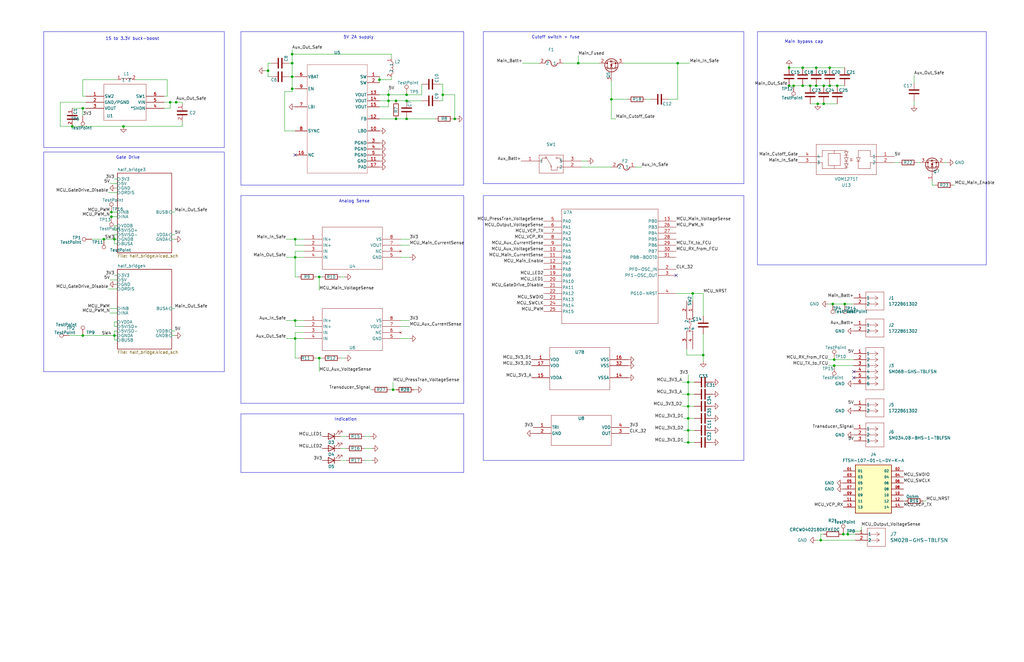
<source format=kicad_sch>
(kicad_sch (version 20230121) (generator eeschema)
  (paper "User" 431.8 279.4)
  (junction (at 285.75 26.67))
  (junction (at 353.06 36.195))
  (junction (at 134.62 151.13))
  (junction (at 332.74 36.195))
  (junction (at 113.03 29.845))
  (junction (at 243.84 26.67))
  (junction (at 290.195 186.69))
  (junction (at 186.69 40.005))
  (junction (at 124.46 100.965))
  (junction (at 171.45 42.545))
  (junction (at 34.925 45.72))
  (junction (at 344.17 28.575))
  (junction (at 43.815 100.965))
  (junction (at 30.48 53.34))
  (junction (at 191.77 50.165))
  (junction (at 290.195 181.61))
  (junction (at 347.345 43.815))
  (junction (at 290.195 166.37))
  (junction (at 171.45 50.165))
  (junction (at 356.235 128.27))
  (junction (at 160.02 33.655))
  (junction (at 347.345 36.195))
  (junction (at 349.885 28.575))
  (junction (at 171.45 40.005))
  (junction (at 351.79 151.765))
  (junction (at 349.885 36.195))
  (junction (at 290.195 171.45))
  (junction (at 355.6 225.425))
  (junction (at 290.195 176.53))
  (junction (at 351.155 128.27))
  (junction (at 344.805 43.815))
  (junction (at 52.07 53.34))
  (junction (at 257.81 41.91))
  (junction (at 165.735 164.465))
  (junction (at 344.17 36.195))
  (junction (at 123.19 22.86))
  (junction (at 74.295 43.18))
  (junction (at 71.755 43.18))
  (junction (at 134.62 116.84))
  (junction (at 334.645 36.195))
  (junction (at 46.99 91.44))
  (junction (at 341.63 36.195))
  (junction (at 357.505 225.425))
  (junction (at 296.545 149.86))
  (junction (at 124.46 108.585))
  (junction (at 292.1 123.825))
  (junction (at 34.925 141.605))
  (junction (at 351.79 154.305))
  (junction (at 332.74 28.575))
  (junction (at 48.26 141.605))
  (junction (at 338.455 28.575))
  (junction (at 167.005 42.545))
  (junction (at 290.195 161.29))
  (junction (at 346.075 227.965))
  (junction (at 123.19 37.465))
  (junction (at 163.83 42.545))
  (junction (at 124.46 135.255))
  (junction (at 167.005 50.165))
  (junction (at 123.19 32.385))
  (junction (at 46.99 89.535))
  (junction (at 163.83 40.005))
  (junction (at 123.19 26.67))
  (junction (at 124.46 142.875))
  (junction (at 338.455 36.195))
  (junction (at 48.26 100.965))
  (no_connect (at 360.045 159.385))
  (no_connect (at 360.045 156.845))
  (no_connect (at 285.115 116.205))
  (no_connect (at 124.46 65.405))
  (wire (pts (xy 363.22 222.25) (xy 363.22 224.155)))
  (wire (pts (xy 124.46 108.585) (xy 124.46 116.84)))
  (wire (pts (xy 34.925 141.605) (xy 48.26 141.605)))
  (wire (pts (xy 48.26 100.965) (xy 48.26 99.06)))
  (wire (pts (xy 174.625 164.465) (xy 175.26 164.465)))
  (wire (pts (xy 163.83 42.545) (xy 163.83 45.085)))
  (polyline (pts (xy 313.69 77.47) (xy 313.69 13.335)))
  (wire (pts (xy 349.25 154.305) (xy 351.79 154.305)))
  (wire (pts (xy 357.505 224.155) (xy 357.505 225.425)))
  (wire (pts (xy 124.46 106.045) (xy 124.46 108.585)))
  (wire (pts (xy 38.735 100.965) (xy 43.815 100.965)))
  (wire (pts (xy 49.53 139.7) (xy 48.26 139.7)))
  (wire (pts (xy 341.63 36.195) (xy 338.455 36.195)))
  (wire (pts (xy 344.17 227.965) (xy 346.075 227.965)))
  (wire (pts (xy 168.91 100.965) (xy 172.72 100.965)))
  (wire (pts (xy 165.1 33.655) (xy 165.1 32.385)))
  (wire (pts (xy 354.965 225.425) (xy 355.6 225.425)))
  (wire (pts (xy 76.835 43.815) (xy 76.835 43.18)))
  (wire (pts (xy 113.03 29.845) (xy 113.03 32.385)))
  (wire (pts (xy 168.91 108.585) (xy 172.72 108.585)))
  (wire (pts (xy 332.74 27.94) (xy 332.74 28.575)))
  (polyline (pts (xy 203.835 82.55) (xy 203.835 194.31)))
  (wire (pts (xy 134.62 151.13) (xy 135.89 151.13)))
  (wire (pts (xy 120.015 38.735) (xy 123.19 38.735)))
  (wire (pts (xy 70.485 33.655) (xy 70.485 40.64)))
  (polyline (pts (xy 101.6 174.625) (xy 195.58 174.625)))
  (wire (pts (xy 289.56 149.86) (xy 296.545 149.86)))
  (wire (pts (xy 71.755 43.18) (xy 74.295 43.18)))
  (wire (pts (xy 49.53 97.155) (xy 48.26 97.155)))
  (wire (pts (xy 290.195 161.29) (xy 292.735 161.29)))
  (wire (pts (xy 287.655 171.45) (xy 290.195 171.45)))
  (wire (pts (xy 46.355 91.44) (xy 46.99 91.44)))
  (wire (pts (xy 30.48 45.72) (xy 34.925 45.72)))
  (wire (pts (xy 285.75 26.67) (xy 285.75 41.91)))
  (polyline (pts (xy 101.6 78.105) (xy 195.58 78.105)))
  (wire (pts (xy 191.77 40.005) (xy 191.77 50.165)))
  (wire (pts (xy 124.46 137.795) (xy 124.46 135.255)))
  (wire (pts (xy 356.235 128.27) (xy 360.045 128.27)))
  (wire (pts (xy 398.145 68.58) (xy 399.415 68.58)))
  (wire (pts (xy 49.53 79.375) (xy 48.895 79.375)))
  (wire (pts (xy 48.26 95.25) (xy 49.53 95.25)))
  (wire (pts (xy 34.925 48.895) (xy 34.925 45.72)))
  (wire (pts (xy 288.29 186.69) (xy 290.195 186.69)))
  (wire (pts (xy 167.005 42.545) (xy 171.45 42.545)))
  (wire (pts (xy 128.27 137.795) (xy 124.46 137.795)))
  (wire (pts (xy 245.11 67.945) (xy 247.65 67.945)))
  (wire (pts (xy 393.065 78.105) (xy 394.335 78.105)))
  (wire (pts (xy 69.215 43.18) (xy 71.755 43.18)))
  (wire (pts (xy 160.02 50.165) (xy 167.005 50.165)))
  (wire (pts (xy 48.26 116.205) (xy 49.53 116.205)))
  (wire (pts (xy 49.53 135.89) (xy 48.26 135.89)))
  (wire (pts (xy 46.355 130.175) (xy 49.53 130.175)))
  (wire (pts (xy 296.545 149.86) (xy 296.545 140.97)))
  (wire (pts (xy 353.06 36.195) (xy 356.235 36.195)))
  (wire (pts (xy 386.715 68.58) (xy 387.985 68.58)))
  (wire (pts (xy 133.35 116.84) (xy 134.62 116.84)))
  (wire (pts (xy 347.345 36.195) (xy 349.885 36.195)))
  (wire (pts (xy 120.65 142.875) (xy 124.46 142.875)))
  (wire (pts (xy 111.76 29.845) (xy 113.03 29.845)))
  (wire (pts (xy 290.195 186.69) (xy 292.735 186.69)))
  (wire (pts (xy 34.925 40.64) (xy 36.195 40.64)))
  (polyline (pts (xy 24.13 13.335) (xy 94.615 13.335)))
  (polyline (pts (xy 195.58 199.39) (xy 195.58 174.625)))
  (wire (pts (xy 272.415 41.91) (xy 274.32 41.91)))
  (wire (pts (xy 46.355 118.11) (xy 49.53 118.11)))
  (wire (pts (xy 257.81 34.29) (xy 257.81 41.91)))
  (wire (pts (xy 344.17 28.575) (xy 349.885 28.575)))
  (wire (pts (xy 113.03 26.67) (xy 113.03 29.845)))
  (wire (pts (xy 46.355 132.08) (xy 49.53 132.08)))
  (wire (pts (xy 165.735 161.29) (xy 165.735 164.465)))
  (wire (pts (xy 72.39 141.605) (xy 73.66 141.605)))
  (wire (pts (xy 287.655 166.37) (xy 290.195 166.37)))
  (wire (pts (xy 344.805 43.815) (xy 347.345 43.815)))
  (wire (pts (xy 57.15 33.655) (xy 70.485 33.655)))
  (wire (pts (xy 171.45 40.005) (xy 177.8 40.005)))
  (wire (pts (xy 48.26 97.155) (xy 48.26 95.25)))
  (polyline (pts (xy 101.6 82.55) (xy 101.6 83.185)))
  (wire (pts (xy 160.02 40.005) (xy 163.83 40.005)))
  (wire (pts (xy 290.195 171.45) (xy 292.735 171.45)))
  (wire (pts (xy 120.65 100.965) (xy 124.46 100.965)))
  (wire (pts (xy 48.26 139.7) (xy 48.26 141.605)))
  (wire (pts (xy 186.69 40.005) (xy 191.77 40.005)))
  (wire (pts (xy 128.27 106.045) (xy 124.46 106.045)))
  (wire (pts (xy 153.67 184.15) (xy 156.21 184.15)))
  (wire (pts (xy 351.155 128.27) (xy 356.235 128.27)))
  (wire (pts (xy 72.39 100.965) (xy 73.66 100.965)))
  (wire (pts (xy 292.1 123.825) (xy 296.545 123.825)))
  (wire (pts (xy 332.105 36.195) (xy 332.74 36.195)))
  (wire (pts (xy 25.4 43.18) (xy 36.195 43.18)))
  (wire (pts (xy 46.99 91.44) (xy 49.53 91.44)))
  (wire (pts (xy 124.46 135.255) (xy 128.27 135.255)))
  (wire (pts (xy 124.46 55.245) (xy 120.015 55.245)))
  (wire (pts (xy 164.465 164.465) (xy 165.735 164.465)))
  (wire (pts (xy 29.21 141.605) (xy 34.925 141.605)))
  (wire (pts (xy 49.53 33.655) (xy 34.925 33.655)))
  (wire (pts (xy 163.83 38.1) (xy 163.83 40.005)))
  (wire (pts (xy 74.295 42.545) (xy 74.295 43.18)))
  (wire (pts (xy 120.65 135.255) (xy 124.46 135.255)))
  (wire (pts (xy 128.27 103.505) (xy 124.46 103.505)))
  (wire (pts (xy 287.655 161.29) (xy 290.195 161.29)))
  (wire (pts (xy 153.67 194.31) (xy 156.845 194.31)))
  (polyline (pts (xy 18.415 156.845) (xy 94.615 156.845)))
  (wire (pts (xy 168.91 135.255) (xy 172.72 135.255)))
  (wire (pts (xy 349.25 151.765) (xy 351.79 151.765)))
  (wire (pts (xy 48.26 143.51) (xy 48.26 141.605)))
  (wire (pts (xy 134.62 151.13) (xy 134.62 156.845)))
  (wire (pts (xy 172.72 103.505) (xy 168.91 103.505)))
  (wire (pts (xy 290.195 171.45) (xy 290.195 176.53)))
  (wire (pts (xy 121.92 32.385) (xy 123.19 32.385)))
  (wire (pts (xy 385.445 31.75) (xy 385.445 34.925)))
  (wire (pts (xy 46.355 89.535) (xy 46.99 89.535)))
  (wire (pts (xy 34.925 45.72) (xy 36.195 45.72)))
  (wire (pts (xy 344.17 36.195) (xy 347.345 36.195)))
  (wire (pts (xy 49.53 120.015) (xy 48.895 120.015)))
  (wire (pts (xy 290.195 176.53) (xy 290.195 181.61)))
  (wire (pts (xy 124.46 108.585) (xy 128.27 108.585)))
  (wire (pts (xy 363.22 224.155) (xy 357.505 224.155)))
  (wire (pts (xy 245.11 70.485) (xy 257.81 70.485)))
  (wire (pts (xy 377.19 68.58) (xy 379.095 68.58)))
  (polyline (pts (xy 94.615 156.845) (xy 94.615 88.265)))
  (wire (pts (xy 160.02 33.655) (xy 160.02 32.385)))
  (wire (pts (xy 220.345 26.67) (xy 227.33 26.67)))
  (wire (pts (xy 349.885 36.195) (xy 353.06 36.195)))
  (wire (pts (xy 143.51 184.15) (xy 146.05 184.15)))
  (wire (pts (xy 290.195 181.61) (xy 290.195 186.69)))
  (wire (pts (xy 281.94 41.91) (xy 285.75 41.91)))
  (polyline (pts (xy 24.13 13.335) (xy 18.415 13.335)))
  (wire (pts (xy 123.19 22.86) (xy 165.1 22.86)))
  (wire (pts (xy 121.92 26.67) (xy 123.19 26.67)))
  (wire (pts (xy 290.195 158.115) (xy 290.195 161.29)))
  (wire (pts (xy 49.53 143.51) (xy 48.26 143.51)))
  (wire (pts (xy 143.51 189.23) (xy 146.05 189.23)))
  (wire (pts (xy 160.02 33.655) (xy 160.02 34.925)))
  (wire (pts (xy 25.4 43.18) (xy 25.4 53.34)))
  (wire (pts (xy 351.79 151.765) (xy 360.045 151.765)))
  (wire (pts (xy 163.83 40.005) (xy 171.45 40.005)))
  (wire (pts (xy 167.005 50.165) (xy 171.45 50.165)))
  (wire (pts (xy 357.505 225.425) (xy 360.68 225.425)))
  (wire (pts (xy 402.59 78.105) (xy 401.955 78.105)))
  (wire (pts (xy 123.19 37.465) (xy 123.19 32.385)))
  (wire (pts (xy 163.83 40.005) (xy 163.83 42.545)))
  (wire (pts (xy 355.6 225.425) (xy 357.505 225.425)))
  (polyline (pts (xy 101.6 199.39) (xy 195.58 199.39)))
  (wire (pts (xy 347.345 43.815) (xy 353.06 43.815)))
  (wire (pts (xy 160.02 42.545) (xy 163.83 42.545)))
  (wire (pts (xy 346.075 227.965) (xy 360.68 227.965)))
  (wire (pts (xy 45.72 81.28) (xy 49.53 81.28)))
  (wire (pts (xy 48.26 135.89) (xy 48.26 137.795)))
  (polyline (pts (xy 195.58 78.105) (xy 195.58 13.335)))
  (wire (pts (xy 123.19 22.86) (xy 123.19 26.67)))
  (wire (pts (xy 133.35 151.13) (xy 134.62 151.13)))
  (polyline (pts (xy 94.615 62.23) (xy 94.615 13.335)))
  (wire (pts (xy 124.46 100.965) (xy 128.27 100.965)))
  (polyline (pts (xy 18.415 64.135) (xy 94.615 64.135)))
  (wire (pts (xy 48.26 75.565) (xy 49.53 75.565)))
  (wire (pts (xy 381 211.455) (xy 381.635 211.455)))
  (wire (pts (xy 69.215 40.64) (xy 70.485 40.64)))
  (polyline (pts (xy 101.6 174.625) (xy 101.6 199.39)))
  (polyline (pts (xy 203.835 77.47) (xy 313.69 77.47)))
  (wire (pts (xy 76.835 51.435) (xy 76.835 53.34)))
  (wire (pts (xy 72.39 99.06) (xy 73.66 99.06)))
  (wire (pts (xy 186.69 35.56) (xy 186.69 40.005)))
  (polyline (pts (xy 313.69 194.31) (xy 313.69 82.55)))
  (wire (pts (xy 285.115 123.825) (xy 292.1 123.825)))
  (wire (pts (xy 156.21 164.465) (xy 156.845 164.465)))
  (wire (pts (xy 338.455 28.575) (xy 344.17 28.575)))
  (wire (pts (xy 48.26 99.06) (xy 49.53 99.06)))
  (wire (pts (xy 123.19 20.955) (xy 123.19 22.86)))
  (wire (pts (xy 257.81 50.165) (xy 257.81 41.91)))
  (wire (pts (xy 385.445 44.45) (xy 385.445 42.545)))
  (wire (pts (xy 30.48 53.34) (xy 52.07 53.34)))
  (wire (pts (xy 143.51 151.13) (xy 145.415 151.13)))
  (wire (pts (xy 165.1 33.655) (xy 160.02 33.655)))
  (wire (pts (xy 46.355 77.47) (xy 49.53 77.47)))
  (wire (pts (xy 120.015 55.245) (xy 120.015 38.735)))
  (wire (pts (xy 52.07 53.34) (xy 76.835 53.34)))
  (wire (pts (xy 72.39 139.7) (xy 73.66 139.7)))
  (wire (pts (xy 143.51 116.84) (xy 145.415 116.84)))
  (wire (pts (xy 72.39 130.175) (xy 73.66 130.175)))
  (polyline (pts (xy 203.835 13.335) (xy 313.69 13.335)))
  (wire (pts (xy 124.46 142.875) (xy 124.46 151.13)))
  (polyline (pts (xy 101.6 13.335) (xy 195.58 13.335)))
  (wire (pts (xy 334.645 36.195) (xy 338.455 36.195)))
  (wire (pts (xy 389.255 211.455) (xy 390.525 211.455)))
  (wire (pts (xy 243.84 26.67) (xy 252.73 26.67)))
  (wire (pts (xy 120.65 108.585) (xy 124.46 108.585)))
  (wire (pts (xy 186.69 35.56) (xy 185.42 35.56)))
  (wire (pts (xy 48.26 137.795) (xy 49.53 137.795)))
  (wire (pts (xy 46.99 89.535) (xy 49.53 89.535)))
  (wire (pts (xy 125.73 116.84) (xy 124.46 116.84)))
  (polyline (pts (xy 101.6 13.335) (xy 101.6 78.105)))
  (polyline (pts (xy 18.415 156.845) (xy 18.415 64.135)))
  (wire (pts (xy 172.72 137.795) (xy 168.91 137.795)))
  (wire (pts (xy 48.26 141.605) (xy 49.53 141.605)))
  (wire (pts (xy 341.63 43.815) (xy 344.805 43.815)))
  (wire (pts (xy 289.56 147.32) (xy 289.56 149.86)))
  (polyline (pts (xy 94.615 64.135) (xy 94.615 88.265)))
  (polyline (pts (xy 101.6 82.55) (xy 195.58 82.55)))
  (wire (pts (xy 124.46 140.335) (xy 124.46 142.875)))
  (wire (pts (xy 153.67 189.23) (xy 156.845 189.23)))
  (wire (pts (xy 165.735 164.465) (xy 167.005 164.465)))
  (wire (pts (xy 124.46 142.875) (xy 128.27 142.875)))
  (wire (pts (xy 290.83 26.67) (xy 285.75 26.67)))
  (polyline (pts (xy 18.415 13.335) (xy 18.415 62.23)))
  (polyline (pts (xy 203.835 13.335) (xy 203.835 77.47)))
  (wire (pts (xy 49.53 100.965) (xy 48.26 100.965)))
  (wire (pts (xy 332.74 28.575) (xy 338.455 28.575)))
  (wire (pts (xy 237.49 26.67) (xy 243.84 26.67)))
  (wire (pts (xy 290.195 181.61) (xy 292.735 181.61)))
  (polyline (pts (xy 203.835 194.31) (xy 313.69 194.31)))
  (wire (pts (xy 134.62 116.84) (xy 134.62 122.555)))
  (wire (pts (xy 134.62 116.84) (xy 135.89 116.84)))
  (wire (pts (xy 72.39 89.535) (xy 73.66 89.535)))
  (wire (pts (xy 123.19 32.385) (xy 124.46 32.385)))
  (polyline (pts (xy 203.835 82.55) (xy 313.69 82.55)))
  (wire (pts (xy 351.79 154.305) (xy 360.045 154.305)))
  (wire (pts (xy 349.25 128.27) (xy 351.155 128.27)))
  (wire (pts (xy 125.73 151.13) (xy 124.46 151.13)))
  (wire (pts (xy 43.815 100.965) (xy 48.26 100.965)))
  (wire (pts (xy 123.19 38.735) (xy 123.19 37.465)))
  (wire (pts (xy 285.75 26.67) (xy 262.89 26.67)))
  (wire (pts (xy 171.45 50.165) (xy 183.515 50.165)))
  (wire (pts (xy 128.27 140.335) (xy 124.46 140.335)))
  (wire (pts (xy 48.26 102.87) (xy 48.26 100.965)))
  (wire (pts (xy 288.29 181.61) (xy 290.195 181.61)))
  (wire (pts (xy 45.72 121.92) (xy 49.53 121.92)))
  (wire (pts (xy 177.8 40.005) (xy 177.8 35.56)))
  (polyline (pts (xy 101.6 83.185) (xy 101.6 170.18)))
  (wire (pts (xy 332.74 36.195) (xy 334.645 36.195)))
  (wire (pts (xy 290.195 176.53) (xy 292.735 176.53)))
  (wire (pts (xy 113.03 32.385) (xy 114.3 32.385)))
  (wire (pts (xy 290.195 166.37) (xy 290.195 171.45)))
  (wire (pts (xy 160.02 45.085) (xy 163.83 45.085)))
  (wire (pts (xy 288.29 176.53) (xy 290.195 176.53)))
  (wire (pts (xy 290.195 161.29) (xy 290.195 166.37)))
  (wire (pts (xy 393.065 76.2) (xy 393.065 78.105)))
  (wire (pts (xy 346.075 225.425) (xy 346.075 227.965)))
  (wire (pts (xy 257.81 41.91) (xy 264.795 41.91)))
  (wire (pts (xy 114.3 26.67) (xy 113.03 26.67)))
  (wire (pts (xy 143.51 194.31) (xy 146.05 194.31)))
  (wire (pts (xy 349.885 28.575) (xy 356.235 28.575)))
  (wire (pts (xy 344.17 36.195) (xy 341.63 36.195)))
  (wire (pts (xy 25.4 53.34) (xy 30.48 53.34)))
  (wire (pts (xy 124.46 37.465) (xy 123.19 37.465)))
  (wire (pts (xy 185.42 42.545) (xy 186.69 42.545)))
  (wire (pts (xy 49.53 102.87) (xy 48.26 102.87)))
  (wire (pts (xy 34.925 33.655) (xy 34.925 40.64)))
  (polyline (pts (xy 18.415 62.23) (xy 94.615 62.23)))
  (wire (pts (xy 290.195 166.37) (xy 292.735 166.37)))
  (wire (pts (xy 296.545 123.825) (xy 296.545 133.35)))
  (wire (pts (xy 292.1 123.825) (xy 292.1 127)))
  (wire (pts (xy 191.77 50.165) (xy 192.405 50.165)))
  (wire (pts (xy 191.135 50.165) (xy 191.77 50.165)))
  (wire (pts (xy 69.215 45.72) (xy 71.755 45.72)))
  (wire (pts (xy 296.545 149.86) (xy 296.545 152.4)))
  (wire (pts (xy 259.715 50.165) (xy 257.81 50.165)))
  (wire (pts (xy 267.97 70.485) (xy 270.51 70.485)))
  (wire (pts (xy 74.295 43.18) (xy 76.835 43.18)))
  (wire (pts (xy 124.46 103.505) (xy 124.46 100.965)))
  (polyline (pts (xy 195.58 170.18) (xy 101.6 170.18)))
  (wire (pts (xy 243.84 23.495) (xy 243.84 26.67)))
  (wire (pts (xy 171.45 42.545) (xy 177.8 42.545)))
  (wire (pts (xy 165.1 24.765) (xy 165.1 22.86)))
  (wire (pts (xy 123.19 26.67) (xy 123.19 32.385)))
  (wire (pts (xy 163.83 42.545) (xy 167.005 42.545)))
  (wire (pts (xy 168.91 142.875) (xy 172.72 142.875)))
  (wire (pts (xy 186.69 40.005) (xy 186.69 42.545)))
  (wire (pts (xy 347.345 225.425) (xy 346.075 225.425)))
  (wire (pts (xy 71.755 45.72) (xy 71.755 43.18)))
  (rectangle (start 195.58 82.55) (end 195.58 170.18))
  (rectangle (start 319.405 13.335) (end 415.925 111.76))
  (text "5V 2A supply" (at 144.78 16.51 0) (effects (font (size 1.27 1.27)) (justify left bottom)))
  (text "Indication" (at 140.97 177.8 0) (effects (font (size 1.27 1.27)) (justify left bottom)))
  (text "1S to 3.3V buck-boost" (at 44.45 17.145 0) (effects (font (size 1.27 1.27)) (justify left bottom)))
  (text "Gate Drive" (at 48.895 67.31 0) (effects (font (size 1.27 1.27)) (justify left bottom)))
  (text "Cutoff switch + fuse" (at 224.155 16.51 0) (effects (font (size 1.27 1.27)) (justify left bottom)))
  (text "Analog Sense" (at 142.875 85.725 0) (effects (font (size 1.27 1.27)) (justify left bottom)))
  (text "Main bypass cap" (at 330.835 18.415 0) (effects (font (size 1.27 1.27)) (justify left bottom)))
  (label "3V3" (at 48.26 75.565 180))
  (label "Aux_Out_Safe" (at 123.19 20.955 0))
  (label "MCU_PWM" (at 229.235 131.445 180))
  (label "MCU_Main_CurrentSense" (at 172.72 103.505 0))
  (label "MCU_GateDrive_Disable" (at 45.72 121.92 180))
  (label "MCU_NRST" (at 296.545 123.825 0))
  (label "Transducer_Signal" (at 156.21 164.465 180))
  (label "MCU_PWM_N" (at 285.115 95.885 0))
  (label "MCU_Aux_VoltageSense" (at 134.62 156.845 0))
  (label "5V" (at 360.045 149.225 180))
  (label "MCU_GateDrive_Disable" (at 229.235 121.285 180))
  (label "Aux_Out_Safe" (at 385.445 31.75 0))
  (label "3V3" (at 290.195 158.115 180))
  (label "Main_Fused" (at 243.84 23.495 0))
  (label "MCU_3V3_D2" (at 287.655 171.45 180))
  (label "MCU_SWCLK" (at 381 203.835 0))
  (label "Main_Batt+" (at 360.045 125.73 180))
  (label "3V3" (at 172.72 135.255 0))
  (label "MCU_Main_CurrentSense" (at 229.235 108.585 180))
  (label "MCU_3V3_A" (at 224.155 159.385 180))
  (label "Main_Out_Safe" (at 332.105 36.195 180))
  (label "SW4" (at 46.99 141.605 180))
  (label "MCU_LED2" (at 229.235 116.205 180))
  (label "Aux_Out_Safe" (at 74.295 42.545 0))
  (label "Main_Batt+" (at 220.345 26.67 180))
  (label "MCU_VCP_TX" (at 229.235 98.425 180))
  (label "MCU_Main_VoltageSense" (at 134.62 122.555 0))
  (label "MCU_3V3_D1" (at 224.155 151.765 180))
  (label "Aux_Batt+" (at 219.71 67.945 180))
  (label "MCU_VCP_RX" (at 355.6 213.995 180))
  (label "3V3" (at 172.72 100.965 0))
  (label "SW3" (at 48.26 100.965 180))
  (label "MCU_GateDrive_Disable" (at 45.72 81.28 180))
  (label "MCU_TX_to_FCU" (at 349.25 154.305 180))
  (label "3V3" (at 48.26 116.205 180))
  (label "5V" (at 377.19 66.04 0))
  (label "MCU_SWDIO" (at 381 201.295 0))
  (label "MCU_3V3_D2" (at 224.155 154.305 180))
  (label "MCU_Aux_VoltageSense" (at 229.235 106.045 180))
  (label "MCU_Output_VoltageSense" (at 363.22 222.25 0))
  (label "5V" (at 73.66 139.7 0))
  (label "MCU_NRST" (at 390.525 211.455 0))
  (label "MCU_VCP_TX" (at 381 213.995 0))
  (label "MCU_3V3_A" (at 287.655 166.37 180))
  (label "MCU_LED2" (at 135.89 189.23 180))
  (label "MCU_Aux_CurrentSense" (at 229.235 103.505 180))
  (label "MCU_Aux_CurrentSense" (at 172.72 137.795 0))
  (label "MCU_Output_VoltageSense" (at 229.235 95.885 180))
  (label "MCU_PressTran_VoltageSense" (at 165.735 161.29 0))
  (label "Aux_In_Safe" (at 120.65 135.255 180))
  (label "5V" (at 163.83 38.1 0))
  (label "MCU_PressTran_VoltageSense" (at 229.235 93.345 180))
  (label "Main_In_Safe" (at 120.65 100.965 180))
  (label "5V" (at 46.355 77.47 180))
  (label "Main_Out_Safe" (at 73.66 89.535 0))
  (label "3V3" (at 224.79 180.34 180))
  (label "Aux_Out_Safe" (at 120.65 142.875 180))
  (label "MCU_3V3_D1" (at 288.29 186.69 180))
  (label "MCU_LED1" (at 135.89 184.15 180))
  (label "Main_In_Safe" (at 336.55 68.58 180))
  (label "CLK_32" (at 265.43 182.88 0))
  (label "MCU_Main_VoltageSense" (at 285.115 93.345 0))
  (label "MCU_Main_Enable" (at 402.59 78.105 0))
  (label "Main_Out_Safe" (at 73.66 130.175 0))
  (label "MCU_3V3_D1" (at 288.29 176.53 180))
  (label "Main_In_Safe" (at 290.83 26.67 0))
  (label "MCU_PWM_N" (at 46.355 91.44 180))
  (label "Aux_Batt+" (at 360.045 137.16 180))
  (label "MCU_PWM" (at 46.355 89.535 180))
  (label "CLK_32" (at 285.115 113.665 0))
  (label "Main_Out_Safe" (at 120.65 108.585 180))
  (label "5V" (at 46.355 118.11 180))
  (label "3V3" (at 135.89 194.31 180))
  (label "5V" (at 360.045 170.815 180))
  (label "MCU_PWM_N" (at 46.355 132.08 180))
  (label "MCU_TX_to_FCU" (at 285.115 103.505 0))
  (label "Main_Cutoff_Gate" (at 259.715 50.165 0))
  (label "MCU_3V3_D2" (at 288.29 181.61 180))
  (label "MCU_3V3_A" (at 287.655 161.29 180))
  (label "5V" (at 73.66 99.06 0))
  (label "5V" (at 360.045 186.055 180))
  (label "Main_Cutoff_Gate" (at 336.55 66.04 180))
  (label "Aux_In_Safe" (at 270.51 70.485 0))
  (label "MCU_SWCLK" (at 229.235 128.905 180))
  (label "MCU_RX_from_FCU" (at 349.25 151.765 180))
  (label "MCU_LED1" (at 229.235 118.745 180))
  (label "3V3" (at 265.43 180.34 0))
  (label "3V3" (at 34.925 48.895 0))
  (label "Transducer_Signal" (at 360.045 180.975 180))
  (label "MCU_VCP_RX" (at 229.235 100.965 180))
  (label "MCU_PWM" (at 46.355 130.175 180))
  (label "MCU_RX_from_FCU" (at 285.115 106.045 0))
  (label "MCU_SWDIO" (at 229.235 126.365 180))
  (label "MCU_Main_Enable" (at 229.235 111.125 180))
  (symbol (lib_id "Device:R") (at 149.86 189.23 90) (unit 1)
    (property "Reference" "R16" (at 149.86 189.23 90))
    (property "Value" "RK73H1JTTD2800F" (effects hide))
    (property "Footprint" "Resistor_SMD:R_0603_1608Metric" (effects hide))
  )
  (symbol (lib_id "custom_assets:STM32G431KBT6") (at 224.155 151.765 0) (unit 2)
    (property "Reference" "U7" (at 244.475 148.59 0))
    (property "Value" "STM32G431KBT6" (effects hide))
    (property "Footprint" "custom_assets:LQFP-32" (effects hide))
    (property "Datasheet" "STM32G431KBT6" (effects hide))
  )
  (symbol (lib_id "power:GND") (at 156.845 189.23 90) (unit 1)
    (property "Reference" "#PWR023" (effects hide))
    (property "Value" "GND" (effects hide))
  )
  (symbol (lib_id "Device:C") (at 296.545 161.29 90) (unit 1)
    (property "Reference" "C31" (at 299.72 162.56 90))
    (property "Value" "C1608X7R1V105K080AE" (effects hide))
    (property "Footprint" "Capacitor_SMD:C_0603_1608Metric" (effects hide))
  )
  (symbol (lib_id "Device:R") (at 167.005 46.355 180) (unit 1)
    (property "Reference" "R7" (at 167.005 46.355 90))
    (property "Value" "RMCF0603FT1M62" (effects hide))
    (property "Footprint" "Resistor_SMD:R_0603_1608Metric" (effects hide))
  )
  (symbol (lib_id "Device:C") (at 118.11 32.385 90) (unit 1)
    (property "Reference" "C6" (at 115.57 33.655 90))
    (property "Value" "CGA5L3X5R1H106M160AB" (effects hide))
    (property "Footprint" "Capacitor_SMD:C_1206_3216Metric" (effects hide))
  )
  (symbol (lib_id "Device:R") (at 139.7 116.84 90) (unit 1)
    (property "Reference" "R10" (at 141.605 116.84 90) (effects (justify left)))
    (property "Value" "MCT0603MD1002BP500" (effects hide))
    (property "Footprint" "Resistor_SMD:R_0603_1608Metric" (effects hide))
  )
  (symbol (lib_id "Connector:TestPoint") (at 43.815 100.965 180) (unit 1)
    (property "Reference" "TP11" (at 38.735 102.235 0) (effects (justify right)))
    (property "Value" "TestPoint" (at 46.355 105.537 0) (effects (justify right)))
    (property "Footprint" "TestPoint:TestPoint_Keystone_5000-5004_Miniature" (effects hide))
  )
  (symbol (lib_id "Device:R") (at 129.54 116.84 90) (unit 1)
    (property "Reference" "R9" (at 130.81 116.84 90) (effects (justify left)))
    (property "Value" "TNPV08051M00BEEA" (effects hide))
    (property "Footprint" "Resistor_SMD:R_0805_2012Metric" (effects hide))
  )
  (symbol (lib_id "Device:C") (at 181.61 42.545 90) (unit 1)
    (property "Reference" "C9" (at 184.15 41.91 0) (effects (justify left)))
    (property "Value" "CKG57NX7R1V107M500JJ" (effects hide))
    (property "Footprint" "Capacitor_SMD:C_2220_5650Metric_Pad1.97x5.40mm_HandSolder" (effects hide))
  )
  (symbol (lib_id "power:GND") (at 385.445 44.45 0) (unit 1)
    (property "Reference" "#PWR020" (effects hide))
    (property "Value" "GND" (effects hide))
  )
  (symbol (lib_id "custom_assets:PTS_647_SN50_SMTR2_LFS") (at 293.37 137.16 270) (unit 1)
    (property "Reference" "SW2" (at 290.83 127 0))
    (property "Value" "PTS 647 SN50 SMTR2 LFS" (effects hide))
    (property "Footprint" "custom_assets:PTS 647 SN50 SMTR2 LFS" (effects hide))
    (property "Datasheet" "PTS 647 SN50 SMTR2 LFS" (effects hide))
  )
  (symbol (lib_id "Connector:TestPoint") (at 356.235 128.27 180) (unit 1)
    (property "Reference" "TP14" (at 356.235 130.175 0) (effects (justify right)))
    (property "Value" "TestPoint" (at 356.87 131.445 0) (effects (justify right)))
    (property "Footprint" "TestPoint:TestPoint_Keystone_5010-5014_Multipurpose" (effects hide))
  )
  (symbol (lib_id "power:GND") (at 264.795 159.385 90) (unit 1)
    (property "Reference" "#PWR028" (effects hide))
    (property "Value" "GND" (effects hide))
  )
  (symbol (lib_id "power:GND") (at 124.46 45.085 270) (unit 1)
    (property "Reference" "#PWR08" (effects hide))
    (property "Value" "GND" (effects hide))
  )
  (symbol (lib_id "power:GND") (at 224.79 182.88 270) (unit 1)
    (property "Reference" "#PWR035" (effects hide))
    (property "Value" "GND" (effects hide))
  )
  (symbol (lib_id "power:GND") (at 349.25 128.27 270) (unit 1)
    (property "Reference" "#PWR048" (effects hide))
    (property "Value" "GND" (at 345.44 128.27 90) (effects (justify right)))
  )
  (symbol (lib_id "power:GND") (at 172.72 108.585 90) (unit 1)
    (property "Reference" "#PWR014" (effects hide))
    (property "Value" "GND" (effects hide))
  )
  (symbol (lib_id "power:GND") (at 73.66 100.965 90) (unit 1)
    (property "Reference" "#PWR036" (effects hide))
    (property "Value" "GND" (effects hide))
  )
  (symbol (lib_id "Device:R") (at 187.325 50.165 270) (unit 1)
    (property "Reference" "R8" (at 187.325 50.165 90))
    (property "Value" "CRCW0603180KFKEAHP" (effects hide))
    (property "Footprint" "Resistor_SMD:R_0603_1608Metric" (effects hide))
  )
  (symbol (lib_id "custom_assets_mit:SM02B-GHS-TBLFSN") (at 360.68 225.425 0) (unit 1)
    (property "Reference" "J7" (at 375.285 225.425 0) (effects (font (size 1.524 1.524)) (justify left)))
    (property "Value" "SM02B-GHS-TBLFSN" (at 375.285 227.965 0) (effects (font (size 1.524 1.524)) (justify left)))
    (property "Footprint" "custom_assets_mit:CONN_SM02B-GHS-TBLFSN_JST" (effects hide))
    (property "Datasheet" "SM02B-GHS-TBLFSN" (effects hide))
  )
  (symbol (lib_id "power:GND") (at 160.02 65.405 90) (unit 1)
    (property "Reference" "#PWR012" (effects hide))
    (property "Value" "GND" (effects hide))
  )
  (symbol (lib_id "power:GND") (at 296.545 152.4 0) (unit 1)
    (property "Reference" "#PWR025" (effects hide))
    (property "Value" "GND" (effects hide))
  )
  (symbol (lib_id "Connector:TestPoint") (at 334.645 36.195 180) (unit 1)
    (property "Reference" "TP12" (at 329.565 37.465 0) (effects (justify right)))
    (property "Value" "TestPoint" (at 329.565 41.275 0) (effects (justify right)))
    (property "Footprint" "TestPoint:TestPoint_Keystone_5000-5004_Miniature" (effects hide))
  )
  (symbol (lib_id "custom_assets:500ASSP3M2QE") (at 219.71 67.945 0) (unit 1)
    (property "Reference" "SW1" (at 232.41 60.96 0))
    (property "Value" "500ASSP3M2QE" (effects hide))
    (property "Footprint" "custom_assets:500ASSP3M2QE_EWI" (effects hide))
    (property "Datasheet" "500ASSP3M2QE" (effects hide))
  )
  (symbol (lib_id "power:GND") (at 160.02 70.485 90) (unit 1)
    (property "Reference" "#PWR057" (effects hide))
    (property "Value" "GND" (effects hide))
  )
  (symbol (lib_id "Connector:TestPoint") (at 29.21 141.605 90) (unit 1)
    (property "Reference" "TP2" (at 29.845 138.43 90))
    (property "Value" "TestPoint" (at 27.305 140.335 90))
    (property "Footprint" "custom_assets_mit:output_pad_4x8mm" (effects hide))
  )
  (symbol (lib_id "power:GND") (at 247.65 67.945 90) (unit 1)
    (property "Reference" "#PWR019" (effects hide))
    (property "Value" "GND" (effects hide))
  )
  (symbol (lib_id "power:GND") (at 300.355 176.53 90) (unit 1)
    (property "Reference" "#PWR032" (effects hide))
    (property "Value" "GND" (effects hide))
  )
  (symbol (lib_id "power:GND") (at 145.415 151.13 90) (unit 1)
    (property "Reference" "#PWR015" (effects hide))
    (property "Value" "GND" (effects hide))
  )
  (symbol (lib_id "custom_assets:1722861302") (at 360.045 137.16 0) (unit 1)
    (property "Reference" "J2" (at 374.65 137.16 0) (effects (justify left)))
    (property "Value" "1722861302" (at 374.65 139.7 0) (effects (justify left)))
    (property "Footprint" "custom_assets:CON_1722861302_MOL" (effects hide))
    (property "Datasheet" "1722861302" (effects hide))
  )
  (symbol (lib_id "Device:Q_NMOS_GDS") (at 257.81 29.21 90) (unit 1)
    (property "Reference" "Q5" (at 256.54 33.02 0) (effects (justify left)))
    (property "Value" "UF3C065030T3S" (effects hide))
    (property "Footprint" "Package_TO_SOT_THT:TO-220-3_Vertical" (effects hide))
  )
  (symbol (lib_id "power:GND") (at 344.805 43.815 0) (unit 1)
    (property "Reference" "#PWR021" (effects hide))
    (property "Value" "GND" (effects hide))
  )
  (symbol (lib_id "Connector:TestPoint") (at 46.99 91.44 180) (unit 1)
    (property "Reference" "TP13" (at 41.91 92.71 0) (effects (justify right)))
    (property "Value" "TestPoint" (at 41.91 96.52 0) (effects (justify right)))
    (property "Footprint" "TestPoint:TestPoint_Keystone_5000-5004_Miniature" (effects hide))
  )
  (symbol (lib_id "Connector:TestPoint") (at 171.45 40.005 0) (unit 1)
    (property "Reference" "TP5" (at 176.53 38.735 0) (effects (justify right)))
    (property "Value" "TestPoint" (at 176.53 34.925 0) (effects (justify right)))
    (property "Footprint" "TestPoint:TestPoint_Keystone_5000-5004_Miniature" (effects hide))
  )
  (symbol (lib_id "Device:C") (at 338.455 32.385 0) (unit 1)
    (property "Reference" "C18" (at 339.09 30.48 0) (effects (justify left)))
    (property "Value" "2220Y5000105KJTWS2" (effects hide))
    (property "Footprint" "Capacitor_SMD:C_2220_5650Metric" (effects hide))
  )
  (symbol (lib_id "Connector:TestPoint") (at 351.155 128.27 180) (unit 1)
    (property "Reference" "TP4" (at 351.155 130.175 0) (effects (justify right)))
    (property "Value" "TestPoint" (at 351.79 131.445 0) (effects (justify right)))
    (property "Footprint" "TestPoint:TestPoint_Keystone_5010-5014_Multipurpose" (effects hide))
  )
  (symbol (lib_id "Connector:TestPoint") (at 351.79 151.765 0) (unit 1)
    (property "Reference" "TP10" (at 356.87 150.495 0) (effects (justify right)))
    (property "Value" "TestPoint" (at 356.87 146.685 0) (effects (justify right)))
    (property "Footprint" "TestPoint:TestPoint_Keystone_5000-5004_Miniature" (effects hide))
  )
  (symbol (lib_id "power:GND") (at 399.415 68.58 90) (unit 1)
    (property "Reference" "#PWR041" (effects hide))
    (property "Value" "GND" (at 402.59 68.58 90) (effects (justify right)))
  )
  (symbol (lib_id "custom_assets:1722861302") (at 360.045 170.815 0) (unit 1)
    (property "Reference" "J5" (at 374.65 170.815 0) (effects (justify left)))
    (property "Value" "1722861302" (at 374.65 173.355 0) (effects (justify left)))
    (property "Footprint" "custom_assets:CON_1722861302_MOL" (effects hide))
    (property "Datasheet" "1722861302" (effects hide))
  )
  (symbol (lib_id "Device:C") (at 344.17 32.385 0) (unit 1)
    (property "Reference" "C19" (at 344.805 30.48 0) (effects (justify left)))
    (property "Value" "2220Y5000105KJTWS2" (effects hide))
    (property "Footprint" "Capacitor_SMD:C_2220_5650Metric" (effects hide))
  )
  (symbol (lib_id "power:GND") (at 332.74 27.94 180) (unit 1)
    (property "Reference" "#PWR018" (effects hide))
    (property "Value" "GND" (effects hide))
  )
  (symbol (lib_id "power:GND") (at 52.07 53.34 0) (unit 1)
    (property "Reference" "#PWR01" (effects hide))
    (property "Value" "GND" (effects hide))
  )
  (symbol (lib_id "power:GND") (at 360.045 139.7 270) (unit 1)
    (property "Reference" "#PWR049" (effects hide))
    (property "Value" "GND" (at 356.235 139.7 90) (effects (justify right)))
  )
  (symbol (lib_id "Device:C") (at 181.61 35.56 90) (unit 1)
    (property "Reference" "C10" (at 184.15 34.925 0) (effects (justify left)))
    (property "Value" "C2012X7R1H225K125AC" (effects hide))
    (property "Footprint" "Capacitor_SMD:C_0805_2012Metric" (effects hide))
  )
  (symbol (lib_id "power:GND") (at 172.72 142.875 90) (unit 1)
    (property "Reference" "#PWR017" (effects hide))
    (property "Value" "GND" (effects hide))
  )
  (symbol (lib_id "power:GND") (at 360.045 161.925 270) (unit 1)
    (property "Reference" "#PWR050" (effects hide))
    (property "Value" "GND" (at 356.235 161.925 90) (effects (justify right)))
  )
  (symbol (lib_id "power:GND") (at 160.02 55.245 90) (unit 1)
    (property "Reference" "#PWR054" (effects hide))
    (property "Value" "GND" (effects hide))
  )
  (symbol (lib_id "Device:R") (at 351.155 225.425 270) (unit 1)
    (property "Reference" "R21" (at 351.155 219.71 90))
    (property "Value" "CRCW0402180KFKEDC" (at 343.535 223.52 90))
    (property "Footprint" "Resistor_SMD:R_0603_1608Metric" (effects hide))
  )
  (symbol (lib_id "custom_assets:TR-1350HV5-R") (at 237.49 26.67 180) (unit 1)
    (property "Reference" "F1" (at 232.41 20.955 0))
    (property "Value" "TR-1350HV5-R" (effects hide))
    (property "Footprint" "custom_assets:FUSE_1350HV_EAT" (effects hide))
    (property "Datasheet" "TR-1350HV5-R" (effects hide))
  )
  (symbol (lib_id "power:GND") (at 48.895 79.375 270) (unit 1)
    (property "Reference" "#PWR037" (effects hide))
    (property "Value" "GND" (effects hide))
  )
  (symbol (lib_id "custom_assets:74438357022") (at 165.1 28.575 0) (unit 1)
    (property "Reference" "L2" (at 166.37 26.035 0) (effects (justify left)))
    (property "Value" "74438357022" (effects hide))
    (property "Footprint" "Inductor_SMD:L_Wuerth_MAPI-4020" (effects hide))
  )
  (symbol (lib_id "power:GND") (at 156.845 194.31 90) (unit 1)
    (property "Reference" "#PWR024" (effects hide))
    (property "Value" "GND" (effects hide))
  )
  (symbol (lib_id "custom_assets:LTC3531ES6-3.3-TRMPBF") (at 52.705 41.91 0) (unit 1)
    (property "Reference" "U1" (at 46.355 48.895 0))
    (property "Value" "LTC3531" (effects hide))
    (property "Footprint" "custom_assets:TSOT-23-6" (effects hide))
    (property "Datasheet" "LTC3531ES6-3.3-TRMPBF" (effects hide))
  )
  (symbol (lib_id "Device:C") (at 332.74 32.385 0) (unit 1)
    (property "Reference" "C15" (at 333.375 30.48 0) (effects (justify left)))
    (property "Value" "2220Y5000105KJTWS2" (effects hide))
    (property "Footprint" "Capacitor_SMD:C_2220_5650Metric" (effects hide))
  )
  (symbol (lib_id "power:GND") (at 360.045 173.355 270) (unit 1)
    (property "Reference" "#PWR056" (effects hide))
    (property "Value" "GND" (at 356.235 173.355 90) (effects (justify right)))
  )
  (symbol (lib_id "custom_assets:TPS61030PWP") (at 142.24 50.165 0) (unit 1)
    (property "Reference" "U5" (at 142.24 22.225 0))
    (property "Value" "TPS61030PWP" (effects hide))
    (property "Footprint" "custom_assets:PWP0016K_L" (effects hide))
    (property "Datasheet" "TPS61030PWP" (effects hide))
  )
  (symbol (lib_id "Device:C") (at 296.545 171.45 90) (unit 1)
    (property "Reference" "C34" (at 299.085 170.815 0) (effects (justify left)))
    (property "Value" "GRM188Z71A475KE15J" (effects hide))
    (property "Footprint" "Capacitor_SMD:C_0603_1608Metric" (effects hide))
  )
  (symbol (lib_id "power:GND") (at 355.6 203.835 270) (unit 1)
    (property "Reference" "#PWR04" (effects hide))
    (property "Value" "GND" (at 351.79 203.835 90) (effects (justify right)))
  )
  (symbol (lib_id "Device:LED") (at 139.7 194.31 180) (unit 1)
    (property "Reference" "D5" (at 139.7 196.85 0))
    (property "Value" "QBLP601-IB5" (effects hide))
    (property "Footprint" "LED_SMD:LED_0603_1608Metric" (effects hide))
  )
  (symbol (lib_id "Device:C") (at 356.235 32.385 0) (unit 1)
    (property "Reference" "C21" (at 356.87 30.48 0) (effects (justify left)))
    (property "Value" "2220Y5000105KJTWS2" (effects hide))
    (property "Footprint" "Capacitor_SMD:C_2220_5650Metric" (effects hide))
  )
  (symbol (lib_id "power:GND") (at 300.355 161.29 90) (unit 1)
    (property "Reference" "#PWR033" (effects hide))
    (property "Value" "GND" (effects hide))
  )
  (symbol (lib_id "Device:LED") (at 139.7 184.15 180) (unit 1)
    (property "Reference" "D3" (at 139.7 186.69 0))
    (property "Value" "QBLP601-R5" (effects hide))
    (property "Footprint" "LED_SMD:LED_0603_1608Metric" (effects hide))
  )
  (symbol (lib_id "power:GND") (at 300.355 171.45 90) (unit 1)
    (property "Reference" "#PWR031" (effects hide))
    (property "Value" "GND" (effects hide))
  )
  (symbol (lib_id "custom_assets:CL21B475KOQVPNE") (at 76.835 47.625 0) (mirror y) (unit 1)
    (property "Reference" "C2" (at 82.55 47.625 0) (effects (justify left)))
    (property "Value" "CL21B475KOQVPNE" (effects hide))
    (property "Footprint" "Capacitor_SMD:C_0805_2012Metric" (effects hide))
  )
  (symbol (lib_id "custom_assets:GRT21BR61C226ME13K") (at 30.48 49.53 0) (unit 1)
    (property "Reference" "C1" (at 31.75 46.99 90))
    (property "Value" "GRT21BR61C226ME13K" (effects hide))
    (property "Footprint" "Capacitor_SMD:C_0805_2012Metric" (effects hide))
  )
  (symbol (lib_id "Device:C") (at 385.445 38.735 180) (unit 1)
    (property "Reference" "C17" (at 384.81 36.195 0) (effects (justify left)))
    (property "Value" "C3216X7R1E106K160AB" (effects hide))
    (property "Footprint" "Capacitor_SMD:C_1206_3216Metric" (effects hide))
  )
  (symbol (lib_id "Device:C") (at 296.545 186.69 90) (unit 1)
    (property "Reference" "C32" (at 299.085 186.055 0) (effects (justify left)))
    (property "Value" "C1005X7R1H104K050BB" (effects hide))
    (property "Footprint" "Capacitor_SMD:C_0603_1608Metric" (effects hide))
  )
  (symbol (lib_id "custom_assets:LSXND3030QKT100MNG") (at 53.34 33.655 90) (unit 1)
    (property "Reference" "L1" (at 53.34 31.115 90))
    (property "Value" "LSXND3030QKT100MNG" (effects hide))
    (property "Footprint" "custom_assets:LSXND3030QKT100MNG" (effects hide))
  )
  (symbol (lib_id "Device:C") (at 353.06 40.005 0) (unit 1)
    (property "Reference" "C25" (at 353.695 38.1 0) (effects (justify left)))
    (property "Value" "2220Y5000105KJTWS2" (effects hide))
    (property "Footprint" "Capacitor_SMD:C_2220_5650Metric" (effects hide))
  )
  (symbol (lib_id "Device:C") (at 296.545 166.37 90) (unit 1)
    (property "Reference" "C33" (at 296.545 158.75 90))
    (property "Value" "C1005X7R1H103K050BB" (effects hide))
    (property "Footprint" "Capacitor_SMD:C_0603_1608Metric" (effects hide))
  )
  (symbol (lib_id "custom_assets:SM06B-GHS-TBLFSN") (at 360.045 149.225 0) (unit 1)
    (property "Reference" "J3" (at 374.65 154.305 0) (effects (justify left)))
    (property "Value" "SM06B-GHS-TBLFSN" (at 374.65 156.845 0) (effects (justify left)))
    (property "Footprint" "custom_assets:CONN_SM06B-GHS-TB_JST" (effects hide))
    (property "Datasheet" "SM06B-GHS-TBLFSN" (effects hide))
  )
  (symbol (lib_id "power:GND") (at 73.66 141.605 90) (unit 1)
    (property "Reference" "#PWR038" (effects hide))
    (property "Value" "GND" (effects hide))
  )
  (symbol (lib_id "power:GND") (at 360.045 183.515 270) (unit 1)
    (property "Reference" "#PWR055" (effects hide))
    (property "Value" "GND" (at 356.235 183.515 90) (effects (justify right)))
  )
  (symbol (lib_id "Device:C") (at 341.63 40.005 0) (unit 1)
    (property "Reference" "C23" (at 342.265 38.1 0) (effects (justify left)))
    (property "Value" "2220Y5000105KJTWS2" (effects hide))
    (property "Footprint" "Capacitor_SMD:C_2220_5650Metric" (effects hide))
  )
  (symbol (lib_id "Device:C") (at 349.885 32.385 0) (unit 1)
    (property "Reference" "C20" (at 350.52 30.48 0) (effects (justify left)))
    (property "Value" "2220Y5000105KJTWS2" (effects hide))
    (property "Footprint" "Capacitor_SMD:C_2220_5650Metric" (effects hide))
  )
  (symbol (lib_id "power:GND") (at 264.795 154.305 90) (unit 1)
    (property "Reference" "#PWR027" (effects hide))
    (property "Value" "GND" (effects hide))
  )
  (symbol (lib_id "power:GND") (at 264.795 151.765 90) (unit 1)
    (property "Reference" "#PWR026" (effects hide))
    (property "Value" "GND" (effects hide))
  )
  (symbol (lib_id "custom_assets:1722861302") (at 360.045 125.73 0) (unit 1)
    (property "Reference" "J1" (at 374.65 125.73 0) (effects (justify left)))
    (property "Value" "1722861302" (at 374.65 128.27 0) (effects (justify left)))
    (property "Footprint" "custom_assets:CON_1722861302_MOL" (effects hide))
    (property "Datasheet" "1722861302" (effects hide))
  )
  (symbol (lib_id "Connector:TestPoint") (at 34.925 48.895 180) (unit 1)
    (property "Reference" "TP6" (at 29.845 50.165 0) (effects (justify right)))
    (property "Value" "TestPoint" (at 29.845 53.975 0) (effects (justify right)))
    (property "Footprint" "TestPoint:TestPoint_Keystone_5000-5004_Miniature" (effects hide))
  )
  (symbol (lib_id "Connector:TestPoint") (at 355.6 225.425 0) (unit 1)
    (property "Reference" "TP8" (at 360.68 224.155 0) (effects (justify right)))
    (property "Value" "TestPoint" (at 360.68 220.345 0) (effects (justify right)))
    (property "Footprint" "TestPoint:TestPoint_Keystone_5000-5004_Miniature" (effects hide))
  )
  (symbol (lib_id "custom_assets:SM034.0B-BHS-1-TBLFSN") (at 360.045 180.975 0) (unit 1)
    (property "Reference" "J6" (at 374.65 182.245 0) (effects (justify left)))
    (property "Value" "SM034.0B-BHS-1-TBLFSN" (at 374.65 184.785 0) (effects (justify left)))
    (property "Footprint" "custom_assets:CONN_SM034.0B-BHS-1-TB_JST" (effects hide))
    (property "Datasheet" "SM034.0B-BHS-1-TBLFSN" (effects hide))
  )
  (symbol (lib_id "Device:C") (at 347.345 40.005 0) (unit 1)
    (property "Reference" "C24" (at 347.98 38.1 0) (effects (justify left)))
    (property "Value" "2220Y5000105KJTWS2" (effects hide))
    (property "Footprint" "Capacitor_SMD:C_2220_5650Metric" (effects hide))
  )
  (symbol (lib_id "Device:C") (at 118.11 26.67 90) (unit 1)
    (property "Reference" "C8" (at 120.65 26.035 0) (effects (justify left)))
    (property "Value" "C1005X7R1H104K050BB" (effects hide))
    (property "Footprint" "Capacitor_SMD:C_0603_1608Metric" (effects hide))
  )
  (symbol (lib_id "power:GND") (at 300.355 166.37 90) (unit 1)
    (property "Reference" "#PWR034" (effects hide))
    (property "Value" "GND" (effects hide))
  )
  (symbol (lib_id "Device:R") (at 382.905 68.58 90) (unit 1)
    (property "Reference" "R22" (at 382.905 68.58 90))
    (property "Value" "RK73H1ETTP3600F" (effects hide))
    (property "Footprint" "Resistor_SMD:R_0603_1608Metric" (effects hide))
  )
  (symbol (lib_id "power:GND") (at 145.415 116.84 90) (unit 1)
    (property "Reference" "#PWR016" (effects hide))
    (property "Value" "GND" (effects hide))
  )
  (symbol (lib_id "Device:R") (at 160.655 164.465 90) (unit 1)
    (property "Reference" "R27" (at 160.655 164.465 90))
    (property "Value" "RK73H1ETTP2203F" (effects hide))
    (property "Footprint" "Resistor_SMD:R_0603_1608Metric" (effects hide))
  )
  (symbol (lib_id "Device:LED") (at 139.7 189.23 180) (unit 1)
    (property "Reference" "D4" (at 139.7 191.77 0))
    (property "Value" "QBLP601-AG15" (effects hide))
    (property "Footprint" "LED_SMD:LED_0603_1608Metric" (effects hide))
  )
  (symbol (lib_id "Device:C") (at 296.545 176.53 90) (unit 1)
    (property "Reference" "C35" (at 299.085 175.895 0) (effects (justify left)))
    (property "Value" "GRM188Z71A475KE15J" (effects hide))
    (property "Footprint" "Capacitor_SMD:C_0603_1608Metric" (effects hide))
  )
  (symbol (lib_id "Device:R") (at 139.7 151.13 90) (unit 1)
    (property "Reference" "R12" (at 141.605 151.13 90) (effects (justify left)))
    (property "Value" "MCT0603MD1002BP500" (effects hide))
    (property "Footprint" "Resistor_SMD:R_0603_1608Metric" (effects hide))
  )
  (symbol (lib_id "custom_assets:ECS-TXO-2520MV-320-AN-TR") (at 245.11 181.61 0) (unit 1)
    (property "Reference" "U8" (at 245.11 176.53 0))
    (property "Value" "ECS-TXO-2520MV-320-AN-TR" (effects hide))
    (property "Footprint" "custom_assets:SMD04_XTAL_2P5X2_ECS" (effects hide))
    (property "Datasheet" "ECS-TXO-2520MV-320-AN-TR" (effects hide))
  )
  (symbol (lib_id "Device:R") (at 268.605 41.91 90) (unit 1)
    (property "Reference" "R18" (at 268.605 41.91 90))
    (property "Value" "R" (effects hide))
    (property "Footprint" "Resistor_SMD:R_0603_1608Metric" (effects hide))
  )
  (symbol (lib_id "Device:R") (at 170.815 164.465 90) (unit 1)
    (property "Reference" "R28" (at 170.815 164.465 90))
    (property "Value" "RMCF0603FT280K" (effects hide))
    (property "Footprint" "Resistor_SMD:R_0603_1608Metric" (effects hide))
  )
  (symbol (lib_id "custom_assets:STM32G431KBT6") (at 229.235 93.345 0) (unit 1)
    (property "Reference" "U7" (at 239.395 89.535 0))
    (property "Value" "STM32G431KBT6" (effects hide))
    (property "Footprint" "custom_assets:LQFP-32" (effects hide))
    (property "Datasheet" "STM32G431KBT6" (effects hide))
  )
  (symbol (lib_id "power:GND") (at 48.895 120.015 270) (unit 1)
    (property "Reference" "#PWR02" (effects hide))
    (property "Value" "GND" (effects hide))
  )
  (symbol (lib_id "Device:C") (at 278.13 41.91 90) (unit 1)
    (property "Reference" "C12" (at 281.305 43.815 90))
    (property "Value" "C" (effects hide))
    (property "Footprint" "Capacitor_SMD:C_0603_1608Metric" (effects hide))
  )
  (symbol (lib_id "Connector:TestPoint") (at 46.99 89.535 0) (unit 1)
    (property "Reference" "TP16" (at 52.07 88.265 0) (effects (justify right)))
    (property "Value" "TestPoint" (at 52.07 84.455 0) (effects (justify right)))
    (property "Footprint" "TestPoint:TestPoint_Keystone_5000-5004_Miniature" (effects hide))
  )
  (symbol (lib_id "Device:R") (at 129.54 151.13 90) (unit 1)
    (property "Reference" "R11" (at 130.81 151.13 90) (effects (justify left)))
    (property "Value" "MCT0603MD1002BP500" (effects hide))
    (property "Footprint" "Resistor_SMD:R_0603_1608Metric" (effects hide))
  )
  (symbol (lib_id "Connector:TestPoint") (at 34.925 141.605 0) (unit 1)
    (property "Reference" "TP9" (at 40.005 140.335 0) (effects (justify right)))
    (property "Value" "TestPoint" (at 32.385 137.033 0) (effects (justify right)))
    (property "Footprint" "TestPoint:TestPoint_Keystone_5000-5004_Miniature" (effects hide))
  )
  (symbol (lib_id "power:GND") (at 175.26 164.465 90) (unit 1)
    (property "Reference" "#PWR053" (effects hide))
    (property "Value" "GND" (effects hide))
  )
  (symbol (lib_id "power:GND") (at 160.02 67.945 90) (unit 1)
    (property "Reference" "#PWR013" (effects hide))
    (property "Value" "GND" (effects hide))
  )
  (symbol (lib_id "Device:Q_NMOS_GSD") (at 393.065 71.12 90) (unit 1)
    (property "Reference" "Q7" (at 396.24 72.39 90) (effects (justify left)))
    (property "Value" "SSM3K35AFS" (effects hide))
    (property "Footprint" "Package_TO_SOT_SMD:SOT-416" (effects hide))
  )
  (symbol (lib_id "Device:R") (at 149.86 184.15 90) (unit 1)
    (property "Reference" "R15" (at 149.86 184.15 90))
    (property "Value" "RK73H1JTTD3000F" (effects hide))
    (property "Footprint" "Resistor_SMD:R_0603_1608Metric" (effects hide))
  )
  (symbol (lib_id "power:GND") (at 160.02 62.865 90) (unit 1)
    (property "Reference" "#PWR011" (effects hide))
    (property "Value" "GND" (effects hide))
  )
  (symbol (lib_id "power:GND") (at 156.21 184.15 90) (unit 1)
    (property "Reference" "#PWR022" (effects hide))
    (property "Value" "GND" (effects hide))
  )
  (symbol (lib_id "power:GND") (at 300.355 186.69 90) (unit 1)
    (property "Reference" "#PWR029" (effects hide))
    (property "Value" "GND" (effects hide))
  )
  (symbol (lib_id "Device:C") (at 296.545 181.61 90) (unit 1)
    (property "Reference" "C11" (at 299.085 180.975 0) (effects (justify left)))
    (property "Value" "C1005X7R1H104K050BB" (effects hide))
    (property "Footprint" "Capacitor_SMD:C_0603_1608Metric" (effects hide))
  )
  (symbol (lib_id "power:GND") (at 300.355 181.61 90) (unit 1)
    (property "Reference" "#PWR030" (effects hide))
    (property "Value" "GND" (effects hide))
  )
  (symbol (lib_id "power:GND") (at 355.6 206.375 270) (unit 1)
    (property "Reference" "#PWR05" (effects hide))
    (property "Value" "GND" (at 351.79 206.375 90) (effects (justify right)))
  )
  (symbol (lib_id "Connector:TestPoint") (at 38.735 100.965 90) (unit 1)
    (property "Reference" "TP1" (at 32.385 100.33 90))
    (property "Value" "TestPoint" (at 29.845 102.235 90))
    (property "Footprint" "custom_assets_mit:output_pad_4x8mm" (effects hide))
  )
  (symbol (lib_id "Device:R") (at 149.86 194.31 90) (unit 1)
    (property "Reference" "R17" (at 149.86 194.31 90))
    (property "Value" "RK73H1JTTD82R0F" (effects hide))
    (property "Footprint" "Resistor_SMD:R_0603_1608Metric" (effects hide))
  )
  (symbol (lib_id "power:GND") (at 111.76 29.845 270) (unit 1)
    (property "Reference" "#PWR06" (effects hide))
    (property "Value" "GND" (effects hide))
  )
  (symbol (lib_id "Device:R") (at 398.145 78.105 270) (unit 1)
    (property "Reference" "R23" (at 398.145 78.105 90))
    (property "Value" "RK73H1ETTP1001F" (effects hide))
    (property "Footprint" "Resistor_SMD:R_0603_1608Metric" (effects hide))
  )
  (symbol (lib_id "power:GND") (at 192.405 50.165 90) (unit 1)
    (property "Reference" "#PWR07" (effects hide))
    (property "Value" "GND" (effects hide))
  )
  (symbol (lib_id "custom_assets:TMCS1101A3UQDT") (at 148.59 139.065 0) (unit 1)
    (property "Reference" "U6" (at 148.59 146.685 0))
    (property "Value" "TMCS1101A3UQDT" (effects hide))
    (property "Footprint" "custom_assets:TMCS1101" (effects hide))
    (property "Datasheet" "TMCS1101A4BQDT" (effects hide))
  )
  (symbol (lib_id "custom_assets:TR-1350HV5-R") (at 267.97 70.485 180) (unit 1)
    (property "Reference" "F2" (at 263.525 67.945 0))
    (property "Value" "TR-1350HV2-R" (effects hide))
    (property "Footprint" "custom_assets:FUSE_1350HV_EAT" (effects hide))
    (property "Datasheet" "TR-1350HV5-R" (effects hide))
  )
  (symbol (lib_id "Device:C") (at 171.45 46.355 180) (unit 1)
    (property "Reference" "C7" (at 172.72 43.815 90))
    (property "Value" "KGQ05FCG1H100FH" (effects hide))
    (property "Footprint" "Capacitor_SMD:C_0603_1608Metric" (effects hide))
  )
  (symbol (lib_id "power:GND") (at 344.17 227.965 270) (unit 1)
    (property "Reference" "#PWR09" (effects hide))
    (property "Value" "GND" (at 340.36 227.965 90) (effects (justify right)))
  )
  (symbol (lib_id "power:GND") (at 160.02 60.325 90) (unit 1)
    (property "Reference" "#PWR010" (effects hide))
    (property "Value" "GND" (effects hide))
  )
  (symbol (lib_id "Device:R") (at 385.445 211.455 90) (unit 1)
    (property "Reference" "R19" (at 385.445 211.455 90))
    (property "Value" "0ohm" (at 384.81 209.55 90))
    (property "Footprint" "Resistor_SMD:R_0603_1608Metric" (effects hide))
  )
  (symbol (lib_id "Device:C") (at 296.545 137.16 180) (unit 1)
    (property "Reference" "C14" (at 295.91 134.62 0) (effects (justify left)))
    (property "Value" "C1005X7R1H104K050BB" (effects hide))
    (property "Footprint" "Capacitor_SMD:C_0603_1608Metric" (effects hide))
  )
  (symbol (lib_id "Connector:TestPoint") (at 351.79 154.305 180) (unit 1)
    (property "Reference" "TP15" (at 346.71 155.575 0) (effects (justify right)))
    (property "Value" "TestPoint" (at 346.71 159.385 0) (effects (justify right)))
    (property "Footprint" "TestPoint:TestPoint_Keystone_5000-5004_Miniature" (effects hide))
  )
  (symbol (lib_id "custom_assets:VOM1271T") (at 377.19 66.04 0) (mirror y) (unit 1)
    (property "Reference" "U13" (at 356.87 78.105 0))
    (property "Value" "VOM1271T" (at 356.87 75.565 0))
    (property "Footprint" "custom_assets_mit:SOP-4_VIS-L" (effects hide))
    (property "Datasheet" "VOM1271T" (effects hide))
  )
  (symbol (lib_id "custom_assets:TMCS1101A3UQDT") (at 148.59 104.775 0) (unit 1)
    (property "Reference" "U4" (at 148.59 112.395 0))
    (property "Value" "TMCS1101A3UQDT" (effects hide))
    (property "Footprint" "custom_assets:TMCS1101" (effects hide))
    (property "Datasheet" "TMCS1101A4BQDT" (effects hide))
  )
  (symbol (lib_id "custom_assets_mit:FTSH-107-01-L-DV-K-A") (at 368.3 206.375 0) (unit 1)
    (property "Reference" "J4" (at 368.29 191.77 0))
    (property "Value" "FTSH-107-01-L-DV-K-A" (at 368.29 194.31 0))
    (property "Footprint" "custom_assets_mit:SAMTEC_FTSH-107-01-L-DV-K-A" (effects hide))
    (property "DigiKey_Part_Number" "FTSH-107-01-L-DV-K-A-ND" (effects hide))
    (property "MF" "Samtec Inc." (effects hide))
    (property "MAXIMUM_PACKAGE_HEIGHT" "6.23mm" (effects hide))
    (property "Package" "None" (effects hide))
    (property "Check_prices" "https://www.snapeda.com/parts/FTSH-107-01-L-DV-K-A/Samtec+Inc./view-part/?ref=eda" (effects hide))
    (property "STANDARD" "Manufacturer Recommendation" (effects hide))
    (property "PARTREV" "H" (effects hide))
    (property "SnapEDA_Link" "https://www.snapeda.com/parts/FTSH-107-01-L-DV-K-A/Samtec+Inc./view-part/?ref=snap" (effects hide))
    (property "MP" "FTSH-107-01-L-DV-K-A" (effects hide))
    (property "Purchase-URL" "https://www.snapeda.com/api/url_track_click_mouser/?unipart_id=2791957&manufacturer=Samtec Inc.&part_name=FTSH-107-01-L-DV-K-A&search_term=None" (effects hide))
    (property "Description" "\nConnector Header Surface Mount 14 position 0.050 (1.27mm)\n" (effects hide))
    (property "MANUFACTURER" "Samtec" (effects hide))
  )
  (sheet (at 49.53 73.025) (size 22.86 33.655) (stroke (width 0.1524))
    (property "Sheetname" "half_bridge3" (at 49.53 72.3134 0) (effects (justify left bottom)))
    (property "Sheetfile" "half_bridge.kicad_sch" (at 49.53 107.2646 0) (effects (justify left top)))
    (pin "3V3" input (at 49.53 75.565 180))
    (pin "DRDIS" input (at 49.53 81.28 180))
    (pin "5V" input (at 49.53 77.47 180))
    (pin "VDDB" input (at 49.53 95.25 180))
    (pin "VDDA" input (at 72.39 99.06 0))
    (pin "GNDA" input (at 72.39 100.965 0))
    (pin "INB" input (at 49.53 89.535 180))
    (pin "INA" input (at 49.53 91.44 180))
    (pin "GNDB" input (at 49.53 100.965 180))
    (pin "GND" input (at 49.53 79.375 180))
    (pin "5VISO+" input (at 49.53 97.155 180))
    (pin "5VISO-" input (at 49.53 99.06 180))
    (pin "BUSA" input (at 49.53 102.87 180))
    (pin "BUSB" input (at 72.39 89.535 0))
  )
  (sheet (at 49.53 113.665) (size 22.86 33.655) (stroke (width 0.1524))
    (property "Sheetname" "half_bridge4" (at 49.53 112.9534 0) (effects (justify left bottom)))
    (property "Sheetfile" "half_bridge.kicad_sch" (at 49.53 147.9046 0) (effects (justify left top)))
    (pin "3V3" input (at 49.53 116.205 180))
    (pin "DRDIS" input (at 49.53 121.92 180))
    (pin "5V" input (at 49.53 118.11 180))
    (pin "VDDA" input (at 49.53 135.89 180))
    (pin "VDDB" input (at 72.39 139.7 0))
    (pin "GNDA" input (at 49.53 141.605 180))
    (pin "INB" input (at 49.53 130.175 180))
    (pin "INA" input (at 49.53 132.08 180))
    (pin "GNDB" input (at 72.39 141.605 0))
    (pin "GND" input (at 49.53 120.015 180))
    (pin "5VISO+" input (at 49.53 137.795 180))
    (pin "5VISO-" input (at 49.53 139.7 180))
    (pin "BUSA" input (at 72.39 130.175 0))
    (pin "BUSB" input (at 49.53 143.51 180))
  )
)
</source>
